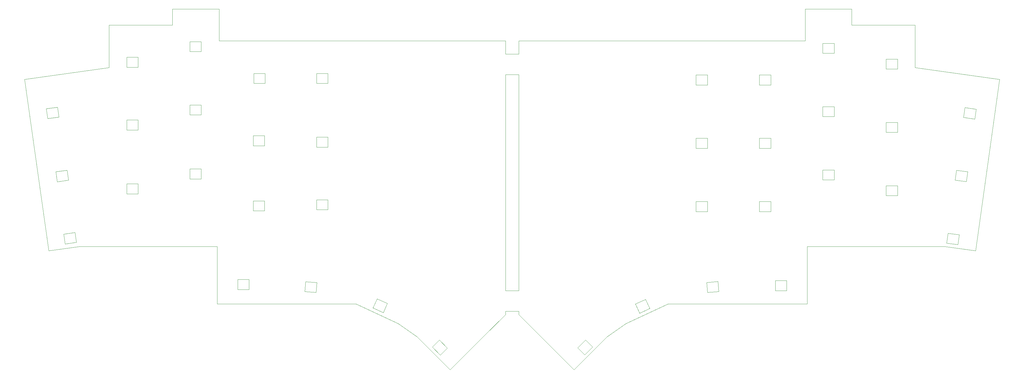
<source format=gbr>
G04 #@! TF.GenerationSoftware,KiCad,Pcbnew,(6.0.7)*
G04 #@! TF.CreationDate,2022-09-25T19:35:04+02:00*
G04 #@! TF.ProjectId,xiao_split,7869616f-5f73-4706-9c69-742e6b696361,rev?*
G04 #@! TF.SameCoordinates,Original*
G04 #@! TF.FileFunction,Profile,NP*
%FSLAX46Y46*%
G04 Gerber Fmt 4.6, Leading zero omitted, Abs format (unit mm)*
G04 Created by KiCad (PCBNEW (6.0.7)) date 2022-09-25 19:35:04*
%MOMM*%
%LPD*%
G01*
G04 APERTURE LIST*
G04 #@! TA.AperFunction,Profile*
%ADD10C,0.100000*%
G04 #@! TD*
G04 #@! TA.AperFunction,Profile*
%ADD11C,0.120000*%
G04 #@! TD*
G04 APERTURE END LIST*
D10*
X214143592Y-124476961D02*
X216699344Y-124476961D01*
X243219154Y-132197781D02*
X248912863Y-128211003D01*
X186179534Y-132197781D02*
X180485825Y-128211003D01*
X303410000Y-105002500D02*
X344793154Y-105002500D01*
X335849344Y-38327301D02*
X316799344Y-38327301D01*
X248912863Y-128211003D02*
X261601172Y-122294347D01*
X212699344Y-43089801D02*
X212699344Y-47089801D01*
X212700000Y-118300000D02*
X216700000Y-118300000D01*
X205978524Y-132197781D02*
X212699344Y-125476961D01*
X261601172Y-122294347D02*
X303410000Y-122294347D01*
X75388742Y-106297637D02*
X68137824Y-54704670D01*
X303410000Y-122294347D02*
X303410000Y-105002500D01*
X216699344Y-125476961D02*
X216699344Y-124476961D01*
X354009946Y-106297637D02*
X361260864Y-54704670D01*
X126599344Y-43089801D02*
X212699344Y-43089801D01*
X167797516Y-122294347D02*
X126010000Y-122294347D01*
X68137824Y-54704670D02*
X93549344Y-51133314D01*
X212699344Y-47089801D02*
X216699344Y-47089801D01*
X180485825Y-128211003D02*
X167797516Y-122294347D01*
X216699344Y-125476961D02*
X223420164Y-132197781D01*
X214143592Y-124476961D02*
X212699344Y-124476961D01*
X93549344Y-51133314D02*
X93549344Y-38327301D01*
X361260864Y-54704670D02*
X335849344Y-51133314D01*
X126010000Y-105002301D02*
X126010000Y-122294347D01*
X212700000Y-53240000D02*
X216700000Y-53240000D01*
X344793154Y-105002301D02*
X354009946Y-106297637D01*
X302799344Y-33564801D02*
X302799344Y-43089801D01*
X196079029Y-142097276D02*
X186179534Y-132197781D01*
X316799344Y-33564801D02*
X302799344Y-33564801D01*
X223420164Y-132197781D02*
X233319659Y-142097276D01*
X126599344Y-43089801D02*
X126599344Y-33564801D01*
X216699344Y-47089801D02*
X216699344Y-43089801D01*
X335849344Y-51133314D02*
X335849344Y-38327301D01*
X212699344Y-124476961D02*
X212699344Y-125476961D01*
X212700000Y-53240000D02*
X212700000Y-118300000D01*
X205978524Y-132197781D02*
X196079029Y-142097276D01*
X93549344Y-38327301D02*
X112599344Y-38327301D01*
X84605533Y-105002301D02*
X126010000Y-105002301D01*
X302799344Y-43089801D02*
X216699344Y-43089801D01*
X112599344Y-33564801D02*
X126599344Y-33564801D01*
X233319659Y-142097276D02*
X243219154Y-132197781D01*
X316799344Y-38327301D02*
X316799344Y-33564801D01*
X112599344Y-38327301D02*
X112599344Y-33564801D01*
X84605533Y-105002301D02*
X75388742Y-106297637D01*
X216700000Y-53240000D02*
X216700000Y-118300000D01*
D11*
G04 #@! TO.C,D11*
X102230000Y-69910000D02*
X102230000Y-66910000D01*
X98830000Y-66910000D02*
X98830000Y-69910000D01*
X102230000Y-66910000D02*
X98830000Y-66910000D01*
X98830000Y-69910000D02*
X102230000Y-69910000D01*
G04 #@! TO.C,D33*
X347867785Y-84978808D02*
X351234696Y-85451996D01*
X351234696Y-85451996D02*
X351652215Y-82481192D01*
X351652215Y-82481192D02*
X348285304Y-82008004D01*
X348285304Y-82008004D02*
X347867785Y-84978808D01*
G04 #@! TO.C,D52*
X330550000Y-86692500D02*
X327150000Y-86692500D01*
X327150000Y-89692500D02*
X330550000Y-89692500D01*
X330550000Y-89692500D02*
X330550000Y-86692500D01*
X327150000Y-86692500D02*
X327150000Y-89692500D01*
G04 #@! TO.C,D53*
X289050000Y-75405000D02*
X292450000Y-75405000D01*
X289050000Y-72405000D02*
X289050000Y-75405000D01*
X292450000Y-75405000D02*
X292450000Y-72405000D01*
X292450000Y-72405000D02*
X289050000Y-72405000D01*
G04 #@! TO.C,D39*
X273427203Y-118802457D02*
X276814265Y-118506127D01*
X276814265Y-118506127D02*
X276552797Y-115517543D01*
X276552797Y-115517543D02*
X273165735Y-115813873D01*
X273165735Y-115813873D02*
X273427203Y-118802457D01*
G04 #@! TO.C,D51*
X234407258Y-135461421D02*
X236528579Y-137582742D01*
X236811421Y-133057258D02*
X234407258Y-135461421D01*
X236528579Y-137582742D02*
X238932742Y-135178579D01*
X238932742Y-135178579D02*
X236811421Y-133057258D01*
G04 #@! TO.C,D16*
X121240000Y-46310000D02*
X121240000Y-43310000D01*
X117840000Y-43310000D02*
X117840000Y-46310000D01*
X117840000Y-46310000D02*
X121240000Y-46310000D01*
X121240000Y-43310000D02*
X117840000Y-43310000D01*
G04 #@! TO.C,D43*
X256094651Y-123581011D02*
X254826796Y-120862087D01*
X253013204Y-125017913D02*
X256094651Y-123581011D01*
X251745349Y-122298989D02*
X253013204Y-125017913D01*
X254826796Y-120862087D02*
X251745349Y-122298989D01*
G04 #@! TO.C,D4*
X155920000Y-52880000D02*
X155920000Y-55880000D01*
X155920000Y-55880000D02*
X159320000Y-55880000D01*
X159320000Y-55880000D02*
X159320000Y-52880000D01*
X159320000Y-52880000D02*
X155920000Y-52880000D01*
G04 #@! TO.C,D56*
X270000000Y-75405000D02*
X273400000Y-75405000D01*
X273400000Y-72405000D02*
X270000000Y-72405000D01*
X270000000Y-72405000D02*
X270000000Y-75405000D01*
X273400000Y-75405000D02*
X273400000Y-72405000D01*
G04 #@! TO.C,D24*
X102230000Y-51045000D02*
X102230000Y-48045000D01*
X98830000Y-48045000D02*
X98830000Y-51045000D01*
X102230000Y-48045000D02*
X98830000Y-48045000D01*
X98830000Y-51045000D02*
X102230000Y-51045000D01*
G04 #@! TO.C,D32*
X270000000Y-94455000D02*
X273400000Y-94455000D01*
X273400000Y-91455000D02*
X270000000Y-91455000D01*
X270000000Y-91455000D02*
X270000000Y-94455000D01*
X273400000Y-94455000D02*
X273400000Y-91455000D01*
G04 #@! TO.C,D22*
X102220000Y-86140000D02*
X98820000Y-86140000D01*
X98820000Y-86140000D02*
X98820000Y-89140000D01*
X102220000Y-89140000D02*
X102220000Y-86140000D01*
X98820000Y-89140000D02*
X102220000Y-89140000D01*
G04 #@! TO.C,D3*
X77965304Y-85476996D02*
X81332215Y-85003808D01*
X77547785Y-82506192D02*
X77965304Y-85476996D01*
X81332215Y-85003808D02*
X80914696Y-82033004D01*
X80914696Y-82033004D02*
X77547785Y-82506192D01*
G04 #@! TO.C,D23*
X136900000Y-71665000D02*
X136900000Y-74665000D01*
X140300000Y-71665000D02*
X136900000Y-71665000D01*
X140300000Y-74665000D02*
X140300000Y-71665000D01*
X136900000Y-74665000D02*
X140300000Y-74665000D01*
G04 #@! TO.C,D44*
X311500000Y-81930000D02*
X308100000Y-81930000D01*
X311500000Y-84930000D02*
X311500000Y-81930000D01*
X308100000Y-84930000D02*
X311500000Y-84930000D01*
X308100000Y-81930000D02*
X308100000Y-84930000D01*
G04 #@! TO.C,D54*
X327150000Y-48592500D02*
X327150000Y-51592500D01*
X330550000Y-51592500D02*
X330550000Y-48592500D01*
X327150000Y-51592500D02*
X330550000Y-51592500D01*
X330550000Y-48592500D02*
X327150000Y-48592500D01*
G04 #@! TO.C,D1*
X135613235Y-114914771D02*
X132213235Y-114914771D01*
X132213235Y-114914771D02*
X132213235Y-117914771D01*
X135613235Y-117914771D02*
X135613235Y-114914771D01*
X132213235Y-117914771D02*
X135613235Y-117914771D01*
G04 #@! TO.C,D31*
X293812500Y-115267500D02*
X293812500Y-118267500D01*
X297212500Y-115267500D02*
X293812500Y-115267500D01*
X297212500Y-118267500D02*
X297212500Y-115267500D01*
X293812500Y-118267500D02*
X297212500Y-118267500D01*
G04 #@! TO.C,D14*
X121230000Y-81660000D02*
X117830000Y-81660000D01*
X117830000Y-84660000D02*
X121230000Y-84660000D01*
X117830000Y-81660000D02*
X117830000Y-84660000D01*
X121230000Y-84660000D02*
X121230000Y-81660000D01*
G04 #@! TO.C,D45*
X308100000Y-65880000D02*
X311500000Y-65880000D01*
X311500000Y-65880000D02*
X311500000Y-62880000D01*
X308100000Y-62880000D02*
X308100000Y-65880000D01*
X311500000Y-62880000D02*
X308100000Y-62880000D01*
G04 #@! TO.C,D2*
X159320000Y-93900000D02*
X159320000Y-90900000D01*
X159320000Y-90900000D02*
X155920000Y-90900000D01*
X155920000Y-90900000D02*
X155920000Y-93900000D01*
X155920000Y-93900000D02*
X159320000Y-93900000D01*
G04 #@! TO.C,D57*
X350437785Y-66151448D02*
X353804696Y-66624636D01*
X353804696Y-66624636D02*
X354222215Y-63653832D01*
X354222215Y-63653832D02*
X350855304Y-63180644D01*
X350855304Y-63180644D02*
X350437785Y-66151448D01*
G04 #@! TO.C,D40*
X289050000Y-94455000D02*
X292450000Y-94455000D01*
X292450000Y-91455000D02*
X289050000Y-91455000D01*
X289050000Y-91455000D02*
X289050000Y-94455000D01*
X292450000Y-94455000D02*
X292450000Y-91455000D01*
G04 #@! TO.C,D41*
X327150000Y-67642500D02*
X327150000Y-70642500D01*
X327150000Y-70642500D02*
X330550000Y-70642500D01*
X330550000Y-70642500D02*
X330550000Y-67642500D01*
X330550000Y-67642500D02*
X327150000Y-67642500D01*
G04 #@! TO.C,D12*
X137000000Y-55895000D02*
X140400000Y-55895000D01*
X140400000Y-52895000D02*
X137000000Y-52895000D01*
X137000000Y-52895000D02*
X137000000Y-55895000D01*
X140400000Y-55895000D02*
X140400000Y-52895000D01*
G04 #@! TO.C,D26*
X155920000Y-75085000D02*
X159320000Y-75085000D01*
X155920000Y-72085000D02*
X155920000Y-75085000D01*
X159320000Y-75085000D02*
X159320000Y-72085000D01*
X159320000Y-72085000D02*
X155920000Y-72085000D01*
G04 #@! TO.C,D15*
X117840000Y-62370000D02*
X117840000Y-65370000D01*
X121240000Y-62370000D02*
X117840000Y-62370000D01*
X121240000Y-65370000D02*
X121240000Y-62370000D01*
X117840000Y-65370000D02*
X121240000Y-65370000D01*
G04 #@! TO.C,D42*
X292450000Y-56355000D02*
X292450000Y-53355000D01*
X289050000Y-53355000D02*
X289050000Y-56355000D01*
X289050000Y-56355000D02*
X292450000Y-56355000D01*
X292450000Y-53355000D02*
X289050000Y-53355000D01*
G04 #@! TO.C,D13*
X175946796Y-124847913D02*
X177214651Y-122128989D01*
X174133204Y-120692087D02*
X172865349Y-123411011D01*
X177214651Y-122128989D02*
X174133204Y-120692087D01*
X172865349Y-123411011D02*
X175946796Y-124847913D01*
G04 #@! TO.C,D25*
X79917785Y-101231192D02*
X80335304Y-104201996D01*
X83702215Y-103728808D02*
X83284696Y-100758004D01*
X80335304Y-104201996D02*
X83702215Y-103728808D01*
X83284696Y-100758004D02*
X79917785Y-101231192D01*
G04 #@! TO.C,D55*
X345735304Y-100968004D02*
X345317785Y-103938808D01*
X349102215Y-101441192D02*
X345735304Y-100968004D01*
X345317785Y-103938808D02*
X348684696Y-104411996D01*
X348684696Y-104411996D02*
X349102215Y-101441192D01*
G04 #@! TO.C,D9*
X155782797Y-118826619D02*
X156044265Y-115838035D01*
X156044265Y-115838035D02*
X152657203Y-115541705D01*
X152395735Y-118530289D02*
X155782797Y-118826619D01*
X152657203Y-115541705D02*
X152395735Y-118530289D01*
G04 #@! TO.C,D46*
X311500000Y-43830000D02*
X308100000Y-43830000D01*
X311500000Y-46830000D02*
X311500000Y-43830000D01*
X308100000Y-46830000D02*
X311500000Y-46830000D01*
X308100000Y-43830000D02*
X308100000Y-46830000D01*
G04 #@! TO.C,D21*
X192808579Y-133129715D02*
X190687258Y-135251036D01*
X193091421Y-137655199D02*
X195212742Y-135533878D01*
X195212742Y-135533878D02*
X192808579Y-133129715D01*
X190687258Y-135251036D02*
X193091421Y-137655199D01*
G04 #@! TO.C,D27*
X75055304Y-66481996D02*
X78422215Y-66008808D01*
X74637785Y-63511192D02*
X75055304Y-66481996D01*
X78004696Y-63038004D02*
X74637785Y-63511192D01*
X78422215Y-66008808D02*
X78004696Y-63038004D01*
G04 #@! TO.C,D34*
X273400000Y-53355000D02*
X270000000Y-53355000D01*
X270000000Y-53355000D02*
X270000000Y-56355000D01*
X270000000Y-56355000D02*
X273400000Y-56355000D01*
X273400000Y-56355000D02*
X273400000Y-53355000D01*
G04 #@! TO.C,D10*
X136900000Y-94275000D02*
X140300000Y-94275000D01*
X136900000Y-91275000D02*
X136900000Y-94275000D01*
X140300000Y-91275000D02*
X136900000Y-91275000D01*
X140300000Y-94275000D02*
X140300000Y-91275000D01*
G04 #@! TD*
M02*

</source>
